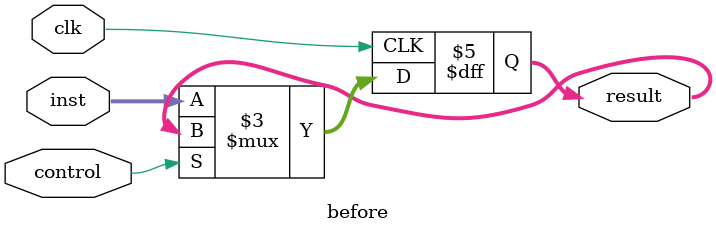
<source format=v>
`timescale 1ns / 1ps

module before(clk, inst, result, control);

input clk, control;
input [15:0] inst;
output reg [15:0] result;

always@ (posedge clk) begin
    if (!control)
        result <= inst;
end


endmodule
</source>
